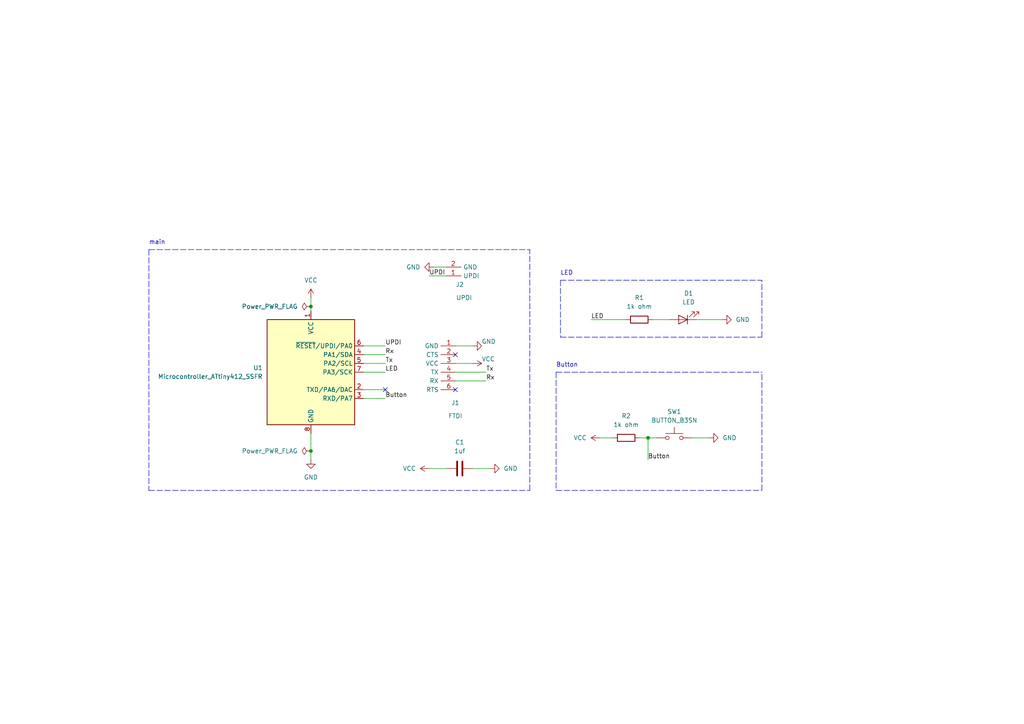
<source format=kicad_sch>
(kicad_sch (version 20211123) (generator eeschema)
  (paper "A4")
  (lib_symbols
    (symbol "fab:BUTTON_B3SN" (pin_numbers hide) (pin_names (offset 1.016) hide)
      (property "Reference" "SW" (at 1.27 2.54 0))
      (property "Value" "BUTTON_B3SN" (at 0 -1.524 0))
      (symbol "BUTTON_B3SN_0_1"
        (circle (center -2.032 0) (radius 0.508))
        (polyline (pts (xy 0 1.27) (xy 0 3.048)))
        (polyline (pts (xy 2.54 1.27) (xy -2.54 1.27)))
        (circle (center 2.032 0) (radius 0.508))
        (pin passive line (at -5.08 0 0) (length 2.54) (name "1") (number "1"))
        (pin passive line (at 5.08 0 180) (length 2.54) (name "2") (number "2"))
      )
    )
    (symbol "fab:C" (pin_numbers hide) (pin_names (offset 0.254))
      (property "Reference" "C" (at 0.635 2.54 0))
      (property "Value" "C" (at 0.635 -2.54 0))
      (symbol "C_0_1"
        (polyline (pts (xy -2.032 -0.762) (xy 2.032 -0.762)) (stroke (width 0.508)))
        (polyline (pts (xy -2.032 0.762) (xy 2.032 0.762)) (stroke (width 0.508)))
      )
      (symbol "C_1_1"
        (pin passive line (at 0 3.81 270) (length 2.794) (name "~") (number "1"))
        (pin passive line (at 0 -3.81 90) (length 2.794) (name "~") (number "2"))
      )
    )
    (symbol "fab:Conn_PinHeader_FTDI_1x06_P2.54mm_Horizontal_SMD" (pin_names (offset 1.016))
      (property "Reference" "J" (at 0 7.62 0))
      (property "Value" "Conn_PinHeader_FTDI_1x06_P2.54mm_Horizontal_SMD" (at 0 -10.16 0))
      (symbol "Conn_PinHeader_FTDI_1x06_P2.54mm_Horizontal_SMD_1_1"
        (polyline (pts (xy 1.27 -7.62) (xy 0.8636 -7.62)) (stroke (width 0.1524)))
        (polyline (pts (xy 1.27 -5.08) (xy 0.8636 -5.08)) (stroke (width 0.1524)))
        (polyline (pts (xy 1.27 -2.54) (xy 0.8636 -2.54)) (stroke (width 0.1524)))
        (polyline (pts (xy 1.27 0) (xy 0.8636 0)) (stroke (width 0.1524)))
        (polyline (pts (xy 1.27 2.54) (xy 0.8636 2.54)) (stroke (width 0.1524)))
        (polyline (pts (xy 1.27 5.08) (xy 0.8636 5.08)) (stroke (width 0.1524)))
        (pin passive line (at 5.08 5.08 180) (length 3.81) (name "GND") (number "1"))
        (pin passive line (at 5.08 2.54 180) (length 3.81) (name "CTS") (number "2"))
        (pin passive line (at 5.08 0 180) (length 3.81) (name "VCC") (number "3"))
        (pin passive line (at 5.08 -2.54 180) (length 3.81) (name "TX") (number "4"))
        (pin passive line (at 5.08 -5.08 180) (length 3.81) (name "RX") (number "5"))
        (pin passive line (at 5.08 -7.62 180) (length 3.81) (name "RTS") (number "6"))
      )
    )
    (symbol "fab:Conn_PinHeader_UPDI_1x02_P2.54mm_Horizontal_SMD" (pin_names (offset 1.016))
      (property "Reference" "J" (at 0 2.54 0))
      (property "Value" "Conn_PinHeader_UPDI_1x02_P2.54mm_Horizontal_SMD" (at 0 -5.08 0))
      (symbol "Conn_PinHeader_UPDI_1x02_P2.54mm_Horizontal_SMD_1_1"
        (polyline (pts (xy 1.27 -2.54) (xy 0.8636 -2.54)) (stroke (width 0.1524)))
        (polyline (pts (xy 1.27 0) (xy 0.8636 0)) (stroke (width 0.1524)))
        (pin passive line (at 5.08 0 180) (length 3.81) (name "UPDI") (number "1"))
        (pin passive line (at 5.08 -2.54 180) (length 3.81) (name "GND") (number "2"))
      )
    )
    (symbol "fab:LED" (pin_numbers hide) (pin_names (offset 1.016) hide)
      (property "Reference" "D" (at 0 2.54 0))
      (property "Value" "LED" (at 0 -2.54 0))
      (symbol "LED_0_1"
        (polyline (pts (xy -1.27 -1.27) (xy -1.27 1.27)) (stroke (width 0.2032)))
        (polyline (pts (xy -1.27 0) (xy 1.27 0)))
        (polyline (pts (xy 1.27 -1.27) (xy 1.27 1.27) (xy -1.27 0) (xy 1.27 -1.27)) (stroke (width 0.2032)))
        (polyline (pts (xy -3.048 -0.762) (xy -4.572 -2.286) (xy -3.81 -2.286) (xy -4.572 -2.286) (xy -4.572 -1.524)))
        (polyline (pts (xy -1.778 -0.762) (xy -3.302 -2.286) (xy -2.54 -2.286) (xy -3.302 -2.286) (xy -3.302 -1.524)))
      )
      (symbol "LED_1_1"
        (pin passive line (at -3.81 0 0) (length 2.54) (name "K") (number "1"))
        (pin passive line (at 3.81 0 180) (length 2.54) (name "A") (number "2"))
      )
    )
    (symbol "fab:Microcontroller_ATtiny412_SSFR"
      (property "Reference" "U" (at -12.7 17.78 0))
      (property "Value" "Microcontroller_ATtiny412_SSFR" (at 2.54 17.78 0))
      (symbol "Microcontroller_ATtiny412_SSFR_0_1"
        (rectangle (start -12.7 -15.24) (end 12.7 15.24) (stroke (width 0.254)) (fill (type background)))
      )
      (symbol "Microcontroller_ATtiny412_SSFR_1_1"
        (pin power_in line (at 0 17.78 270) (length 2.54) (name "VCC") (number "1"))
        (pin bidirectional line (at 15.24 -5.08 180) (length 2.54) (name "TXD/PA6/DAC") (number "2"))
        (pin bidirectional line (at 15.24 -7.62 180) (length 2.54) (name "RXD/PA7") (number "3"))
        (pin bidirectional line (at 15.24 5.08 180) (length 2.54) (name "PA1/SDA") (number "4"))
        (pin bidirectional line (at 15.24 2.54 180) (length 2.54) (name "PA2/SCL") (number "5"))
        (pin bidirectional line (at 15.24 7.62 180) (length 2.54) (name "~{RESET}/UPDI/PA0") (number "6"))
        (pin bidirectional line (at 15.24 0 180) (length 2.54) (name "PA3/SCK") (number "7"))
        (pin power_in line (at 0 -17.78 90) (length 2.54) (name "GND") (number "8"))
      )
    )
    (symbol "fab:Power_PWR_FLAG" (power) (pin_numbers hide) (pin_names (offset 0) hide)
      (property "Value" "Power_PWR_FLAG" (at 0 3.81 0))
      (symbol "Power_PWR_FLAG_0_0"
        (pin power_out line (at 0 0 90) (length 0) (name "pwr") (number "1"))
      )
      (symbol "Power_PWR_FLAG_0_1"
        (polyline (pts (xy 0 0) (xy 0 1.27) (xy -1.016 1.905) (xy 0 2.54) (xy 1.016 1.905) (xy 0 1.27)))
      )
    )
    (symbol "fab:R" (pin_numbers hide) (pin_names (offset 0))
      (property "Reference" "R" (at 2.032 0 90))
      (property "Value" "R" (at 0 0 90))
      (symbol "R_0_1"
        (rectangle (start -1.016 -2.54) (end 1.016 2.54) (stroke (width 0.254)))
      )
      (symbol "R_1_1"
        (pin passive line (at 0 3.81 270) (length 1.27) (name "~") (number "1"))
        (pin passive line (at 0 -3.81 90) (length 1.27) (name "~") (number "2"))
      )
    )
    (symbol "power:GND" (power) (pin_names (offset 0))
      (property "Value" "GND" (at 0 -3.81 0))
      (symbol "GND_0_1"
        (polyline (pts (xy 0 0) (xy 0 -1.27) (xy 1.27 -1.27) (xy 0 -2.54) (xy -1.27 -1.27) (xy 0 -1.27)))
      )
      (symbol "GND_1_1"
        (pin power_in line (at 0 0 270) (length 0) hide (name "GND") (number "1"))
      )
    )
    (symbol "power:VCC" (power) (pin_names (offset 0))
      (property "Value" "VCC" (at 0 3.81 0))
      (symbol "VCC_0_1"
        (polyline (pts (xy -0.762 1.27) (xy 0 2.54)))
        (polyline (pts (xy 0 0) (xy 0 2.54)))
        (polyline (pts (xy 0 2.54) (xy 0.762 1.27)))
      )
      (symbol "VCC_1_1"
        (pin power_in line (at 0 0 90) (length 0) hide (name "VCC") (number "1"))
      )
    )
  )
  (junction (at 90.17 88.9))
  (junction (at 90.17 130.81))
  (junction (at 187.96 127))
  (no_connect (at 132.08 102.87))
  (no_connect (at 132.08 113.03))
  (no_connect (at 111.76 113.03))
  (wire (pts (xy 200.66 127) (xy 205.74 127)))
  (polyline (pts (xy 161.29 142.24) (xy 220.98 142.24)))
  (polyline (pts (xy 162.56 97.79) (xy 220.98 97.79)))
  (wire (pts (xy 90.17 133.35) (xy 90.17 130.81)))
  (polyline (pts (xy 220.98 97.79) (xy 220.98 81.28)))
  (wire (pts (xy 137.16 135.89) (xy 142.24 135.89)))
  (wire (pts (xy 171.45 92.71) (xy 181.61 92.71)))
  (wire (pts (xy 124.46 135.89) (xy 129.54 135.89)))
  (polyline (pts (xy 220.98 142.24) (xy 220.98 107.95)))
  (wire (pts (xy 125.73 77.47) (xy 129.54 77.47)))
  (wire (pts (xy 137.16 100.33) (xy 132.08 100.33)))
  (polyline (pts (xy 161.29 107.95) (xy 161.29 142.24)))
  (wire (pts (xy 173.99 127) (xy 177.8 127)))
  (polyline (pts (xy 43.18 142.24) (xy 153.67 142.24)))
  (wire (pts (xy 105.41 100.33) (xy 111.76 100.33)))
  (wire (pts (xy 137.16 105.41) (xy 132.08 105.41)))
  (wire (pts (xy 105.41 107.95) (xy 111.76 107.95)))
  (polyline (pts (xy 153.67 142.24) (xy 153.67 72.39)))
  (polyline (pts (xy 162.56 81.28) (xy 220.98 81.28)))
  (wire (pts (xy 90.17 86.36) (xy 90.17 88.9)))
  (wire (pts (xy 90.17 88.9) (xy 90.17 90.17)))
  (wire (pts (xy 124.46 80.01) (xy 129.54 80.01)))
  (wire (pts (xy 105.41 113.03) (xy 111.76 113.03)))
  (wire (pts (xy 201.93 92.71) (xy 209.55 92.71)))
  (polyline (pts (xy 43.18 72.39) (xy 43.18 142.24)))
  (wire (pts (xy 189.23 92.71) (xy 194.31 92.71)))
  (wire (pts (xy 185.42 127) (xy 187.96 127)))
  (wire (pts (xy 187.96 127) (xy 187.96 133.35)))
  (polyline (pts (xy 161.29 107.95) (xy 220.98 107.95)))
  (wire (pts (xy 105.41 115.57) (xy 111.76 115.57)))
  (wire (pts (xy 105.41 102.87) (xy 111.76 102.87)))
  (wire (pts (xy 187.96 127) (xy 190.5 127)))
  (polyline (pts (xy 162.56 81.28) (xy 162.56 97.79)))
  (wire (pts (xy 90.17 130.81) (xy 90.17 125.73)))
  (polyline (pts (xy 43.18 72.39) (xy 153.67 72.39)))
  (wire (pts (xy 132.08 107.95) (xy 140.97 107.95)))
  (wire (pts (xy 111.76 105.41) (xy 105.41 105.41)))
  (wire (pts (xy 132.08 110.49) (xy 140.97 110.49)))
  (text "main" (at 43.18 71.12 0) (effects (font (size 1.27 1.27)) (justify left bottom)))
  (text "LED" (at 162.56 80.01 0) (effects (font (size 1.27 1.27)) (justify left bottom)))
  (text "Button" (at 161.29 106.68 0) (effects (font (size 1.27 1.27)) (justify left bottom)))
  (label "Button" (at 187.96 133.35 0))
  (label "Rx" (at 111.76 102.87 0))
  (label "LED" (at 111.76 107.95 0))
  (label "Button" (at 111.76 115.57 0))
  (label "LED" (at 171.45 92.71 0))
  (label "Tx" (at 111.76 105.41 0))
  (label "UPDI" (at 124.46 80.01 0))
  (label "Tx" (at 140.97 107.95 0))
  (label "UPDI" (at 111.76 100.33 0))
  (label "Rx" (at 140.97 110.49 0))
  (symbol (lib_id "power:VCC") (at 137.16 105.41 270) (unit 1)
    (property "Reference" "#PWR0107" (effects hide))
    (property "Value" "VCC" (at 139.7 104.14 90) (effects (justify left)))
  )
  (symbol (lib_id "power:GND") (at 205.74 127 90) (unit 1)
    (property "Reference" "#PWR0109" (effects hide))
    (property "Value" "GND" (at 209.55 126.9999 90) (effects (justify right)))
  )
  (symbol (lib_id "power:GND") (at 125.73 77.47 270) (unit 1)
    (property "Reference" "#PWR0105" (effects hide))
    (property "Value" "GND" (at 121.92 77.4699 90) (effects (justify right)))
  )
  (symbol (lib_id "power:GND") (at 209.55 92.71 90) (unit 1)
    (property "Reference" "#PWR0108" (effects hide))
    (property "Value" "GND" (at 213.36 92.7099 90) (effects (justify right)))
  )
  (symbol (lib_id "fab:R") (at 181.61 127 90) (unit 1)
    (property "Reference" "R2" (at 181.61 120.65 90))
    (property "Value" "1k ohm" (at 181.61 123.19 90))
    (property "Footprint" "fab:R_1206" (effects hide))
  )
  (symbol (lib_id "fab:Power_PWR_FLAG") (at 90.17 88.9 90) (unit 1)
    (property "Reference" "#FLG0102" (effects hide))
    (property "Value" "Power_PWR_FLAG" (at 86.36 88.8999 90) (effects (justify left)))
  )
  (symbol (lib_id "power:GND") (at 137.16 100.33 90) (unit 1)
    (property "Reference" "#PWR0106" (effects hide))
    (property "Value" "GND" (at 139.7 99.06 90) (effects (justify right)))
  )
  (symbol (lib_id "fab:Microcontroller_ATtiny412_SSFR") (at 90.17 107.95 0) (unit 1)
    (property "Reference" "U1" (at 76.2 106.6799 0) (effects (justify right)))
    (property "Value" "Microcontroller_ATtiny412_SSFR" (at 76.2 109.2199 0) (effects (justify right)))
    (property "Footprint" "fab:SOIC-8_3.9x4.9mm_P1.27mm" (effects hide))
    (property "Datasheet" "http://ww1.microchip.com/downloads/en/DeviceDoc/40001911A.pdf" (effects hide))
  )
  (symbol (lib_id "fab:R") (at 185.42 92.71 90) (unit 1)
    (property "Reference" "R1" (at 185.42 86.36 90))
    (property "Value" "1k ohm" (at 185.42 88.9 90))
    (property "Footprint" "fab:R_1206" (effects hide))
  )
  (symbol (lib_id "fab:BUTTON_B3SN") (at 195.58 127 0) (unit 1)
    (property "Reference" "SW1" (at 195.58 119.38 0))
    (property "Value" "BUTTON_B3SN" (at 195.58 121.92 0))
    (property "Footprint" "fab:Button_Omron_B3SN_6x6mm" (effects hide))
    (property "Datasheet" "https://omronfs.omron.com/en_US/ecb/products/pdf/en-b3sn.pdf" (effects hide))
  )
  (symbol (lib_id "power:GND") (at 142.24 135.89 90) (unit 1)
    (property "Reference" "#PWR0104" (effects hide))
    (property "Value" "GND" (at 146.05 135.8899 90) (effects (justify right)))
  )
  (symbol (lib_id "fab:Conn_PinHeader_FTDI_1x06_P2.54mm_Horizontal_SMD") (at 127 105.41 0) (unit 1)
    (property "Reference" "J1" (at 132.08 116.84 0))
    (property "Value" "FTDI" (at 132.08 120.65 0))
    (property "Footprint" "fab:PinHeader_FTDI_01x06_P2.54mm_Horizontal_SMD" (effects hide))
  )
  (symbol (lib_id "fab:LED") (at 198.12 92.71 180) (unit 1)
    (property "Reference" "D1" (at 199.7202 85.09 0))
    (property "Value" "LED" (at 199.7202 87.63 0))
    (property "Footprint" "fab:LED_1206" (effects hide))
    (property "Datasheet" "https://optoelectronics.liteon.com/upload/download/DS-22-98-0002/LTST-C150CKT.pdf" (effects hide))
  )
  (symbol (lib_id "fab:Conn_PinHeader_UPDI_1x02_P2.54mm_Horizontal_SMD") (at 134.62 80.01 180) (unit 1)
    (property "Reference" "J2" (at 133.35 82.55 0))
    (property "Value" "UPDI" (at 134.62 86.36 0))
    (property "Footprint" "fab:PinHeader_UPDI_01x02_P2.54mm_Horizontal_SMD" (effects hide))
  )
  (symbol (lib_id "power:VCC") (at 124.46 135.89 90) (unit 1)
    (property "Reference" "#PWR0103" (effects hide))
    (property "Value" "VCC" (at 120.65 135.8899 90) (effects (justify left)))
  )
  (symbol (lib_id "power:VCC") (at 173.99 127 90) (unit 1)
    (property "Reference" "#PWR0111" (effects hide))
    (property "Value" "VCC" (at 170.18 126.9999 90) (effects (justify left)))
  )
  (symbol (lib_id "power:VCC") (at 90.17 86.36 0) (unit 1)
    (property "Reference" "#PWR0101" (effects hide))
    (property "Value" "VCC" (at 90.17 81.28 0))
  )
  (symbol (lib_id "power:GND") (at 90.17 133.35 0) (unit 1)
    (property "Reference" "#PWR0102" (effects hide))
    (property "Value" "GND" (at 90.17 138.43 0))
  )
  (symbol (lib_id "fab:Power_PWR_FLAG") (at 90.17 130.81 90) (unit 1)
    (property "Reference" "#FLG0101" (effects hide))
    (property "Value" "Power_PWR_FLAG" (at 86.36 130.8099 90) (effects (justify left)))
  )
  (symbol (lib_id "fab:C") (at 133.35 135.89 270) (unit 1)
    (property "Reference" "C1" (at 133.35 128.27 90))
    (property "Value" "1uf" (at 133.35 130.81 90))
    (property "Footprint" "fab:C_1206" (effects hide))
  )
)
</source>
